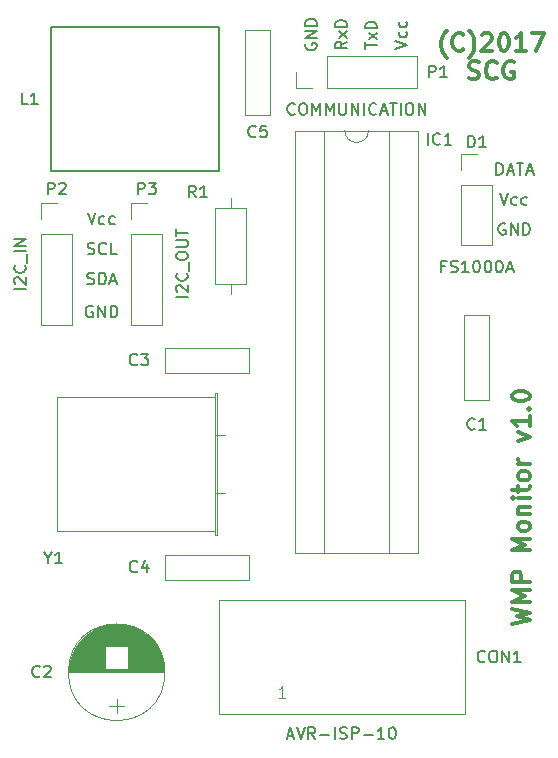
<source format=gbr>
G04 #@! TF.FileFunction,Legend,Top*
%FSLAX46Y46*%
G04 Gerber Fmt 4.6, Leading zero omitted, Abs format (unit mm)*
G04 Created by KiCad (PCBNEW 4.0.2-stable) date 15.08.2017 23:18:53*
%MOMM*%
G01*
G04 APERTURE LIST*
%ADD10C,0.100000*%
%ADD11C,0.150000*%
%ADD12C,0.300000*%
%ADD13C,0.120000*%
G04 APERTURE END LIST*
D10*
D11*
X94385000Y-106497381D02*
X94385000Y-105497381D01*
X94623095Y-105497381D01*
X94765953Y-105545000D01*
X94861191Y-105640238D01*
X94908810Y-105735476D01*
X94956429Y-105925952D01*
X94956429Y-106068810D01*
X94908810Y-106259286D01*
X94861191Y-106354524D01*
X94765953Y-106449762D01*
X94623095Y-106497381D01*
X94385000Y-106497381D01*
X95337381Y-106211667D02*
X95813572Y-106211667D01*
X95242143Y-106497381D02*
X95575476Y-105497381D01*
X95908810Y-106497381D01*
X96099286Y-105497381D02*
X96670715Y-105497381D01*
X96385000Y-106497381D02*
X96385000Y-105497381D01*
X96956429Y-106211667D02*
X97432620Y-106211667D01*
X96861191Y-106497381D02*
X97194524Y-105497381D01*
X97527858Y-106497381D01*
X95123096Y-110625000D02*
X95027858Y-110577381D01*
X94885001Y-110577381D01*
X94742143Y-110625000D01*
X94646905Y-110720238D01*
X94599286Y-110815476D01*
X94551667Y-111005952D01*
X94551667Y-111148810D01*
X94599286Y-111339286D01*
X94646905Y-111434524D01*
X94742143Y-111529762D01*
X94885001Y-111577381D01*
X94980239Y-111577381D01*
X95123096Y-111529762D01*
X95170715Y-111482143D01*
X95170715Y-111148810D01*
X94980239Y-111148810D01*
X95599286Y-111577381D02*
X95599286Y-110577381D01*
X96170715Y-111577381D01*
X96170715Y-110577381D01*
X96646905Y-111577381D02*
X96646905Y-110577381D01*
X96885000Y-110577381D01*
X97027858Y-110625000D01*
X97123096Y-110720238D01*
X97170715Y-110815476D01*
X97218334Y-111005952D01*
X97218334Y-111148810D01*
X97170715Y-111339286D01*
X97123096Y-111434524D01*
X97027858Y-111529762D01*
X96885000Y-111577381D01*
X96646905Y-111577381D01*
X94694524Y-108037381D02*
X95027857Y-109037381D01*
X95361191Y-108037381D01*
X96123096Y-108989762D02*
X96027858Y-109037381D01*
X95837381Y-109037381D01*
X95742143Y-108989762D01*
X95694524Y-108942143D01*
X95646905Y-108846905D01*
X95646905Y-108561190D01*
X95694524Y-108465952D01*
X95742143Y-108418333D01*
X95837381Y-108370714D01*
X96027858Y-108370714D01*
X96123096Y-108418333D01*
X96980239Y-108989762D02*
X96885001Y-109037381D01*
X96694524Y-109037381D01*
X96599286Y-108989762D01*
X96551667Y-108942143D01*
X96504048Y-108846905D01*
X96504048Y-108561190D01*
X96551667Y-108465952D01*
X96599286Y-108418333D01*
X96694524Y-108370714D01*
X96885001Y-108370714D01*
X96980239Y-108418333D01*
D12*
X95698571Y-144512857D02*
X97198571Y-144155714D01*
X96127143Y-143870000D01*
X97198571Y-143584286D01*
X95698571Y-143227143D01*
X97198571Y-142655714D02*
X95698571Y-142655714D01*
X96770000Y-142155714D01*
X95698571Y-141655714D01*
X97198571Y-141655714D01*
X97198571Y-140941428D02*
X95698571Y-140941428D01*
X95698571Y-140370000D01*
X95770000Y-140227142D01*
X95841429Y-140155714D01*
X95984286Y-140084285D01*
X96198571Y-140084285D01*
X96341429Y-140155714D01*
X96412857Y-140227142D01*
X96484286Y-140370000D01*
X96484286Y-140941428D01*
X97198571Y-138298571D02*
X95698571Y-138298571D01*
X96770000Y-137798571D01*
X95698571Y-137298571D01*
X97198571Y-137298571D01*
X97198571Y-136369999D02*
X97127143Y-136512857D01*
X97055714Y-136584285D01*
X96912857Y-136655714D01*
X96484286Y-136655714D01*
X96341429Y-136584285D01*
X96270000Y-136512857D01*
X96198571Y-136369999D01*
X96198571Y-136155714D01*
X96270000Y-136012857D01*
X96341429Y-135941428D01*
X96484286Y-135869999D01*
X96912857Y-135869999D01*
X97055714Y-135941428D01*
X97127143Y-136012857D01*
X97198571Y-136155714D01*
X97198571Y-136369999D01*
X96198571Y-135227142D02*
X97198571Y-135227142D01*
X96341429Y-135227142D02*
X96270000Y-135155714D01*
X96198571Y-135012856D01*
X96198571Y-134798571D01*
X96270000Y-134655714D01*
X96412857Y-134584285D01*
X97198571Y-134584285D01*
X97198571Y-133869999D02*
X96198571Y-133869999D01*
X95698571Y-133869999D02*
X95770000Y-133941428D01*
X95841429Y-133869999D01*
X95770000Y-133798571D01*
X95698571Y-133869999D01*
X95841429Y-133869999D01*
X96198571Y-133369999D02*
X96198571Y-132798570D01*
X95698571Y-133155713D02*
X96984286Y-133155713D01*
X97127143Y-133084285D01*
X97198571Y-132941427D01*
X97198571Y-132798570D01*
X97198571Y-132084284D02*
X97127143Y-132227142D01*
X97055714Y-132298570D01*
X96912857Y-132369999D01*
X96484286Y-132369999D01*
X96341429Y-132298570D01*
X96270000Y-132227142D01*
X96198571Y-132084284D01*
X96198571Y-131869999D01*
X96270000Y-131727142D01*
X96341429Y-131655713D01*
X96484286Y-131584284D01*
X96912857Y-131584284D01*
X97055714Y-131655713D01*
X97127143Y-131727142D01*
X97198571Y-131869999D01*
X97198571Y-132084284D01*
X97198571Y-130941427D02*
X96198571Y-130941427D01*
X96484286Y-130941427D02*
X96341429Y-130869999D01*
X96270000Y-130798570D01*
X96198571Y-130655713D01*
X96198571Y-130512856D01*
X96198571Y-129012856D02*
X97198571Y-128655713D01*
X96198571Y-128298571D01*
X97198571Y-126941428D02*
X97198571Y-127798571D01*
X97198571Y-127369999D02*
X95698571Y-127369999D01*
X95912857Y-127512856D01*
X96055714Y-127655714D01*
X96127143Y-127798571D01*
X97055714Y-126298571D02*
X97127143Y-126227143D01*
X97198571Y-126298571D01*
X97127143Y-126370000D01*
X97055714Y-126298571D01*
X97198571Y-126298571D01*
X95698571Y-125298571D02*
X95698571Y-125155714D01*
X95770000Y-125012857D01*
X95841429Y-124941428D01*
X95984286Y-124869999D01*
X96270000Y-124798571D01*
X96627143Y-124798571D01*
X96912857Y-124869999D01*
X97055714Y-124941428D01*
X97127143Y-125012857D01*
X97198571Y-125155714D01*
X97198571Y-125298571D01*
X97127143Y-125441428D01*
X97055714Y-125512857D01*
X96912857Y-125584285D01*
X96627143Y-125655714D01*
X96270000Y-125655714D01*
X95984286Y-125584285D01*
X95841429Y-125512857D01*
X95770000Y-125441428D01*
X95698571Y-125298571D01*
X90158572Y-96570000D02*
X90087144Y-96498571D01*
X89944287Y-96284286D01*
X89872858Y-96141429D01*
X89801429Y-95927143D01*
X89730001Y-95570000D01*
X89730001Y-95284286D01*
X89801429Y-94927143D01*
X89872858Y-94712857D01*
X89944287Y-94570000D01*
X90087144Y-94355714D01*
X90158572Y-94284286D01*
X91587144Y-95855714D02*
X91515715Y-95927143D01*
X91301429Y-95998571D01*
X91158572Y-95998571D01*
X90944287Y-95927143D01*
X90801429Y-95784286D01*
X90730001Y-95641429D01*
X90658572Y-95355714D01*
X90658572Y-95141429D01*
X90730001Y-94855714D01*
X90801429Y-94712857D01*
X90944287Y-94570000D01*
X91158572Y-94498571D01*
X91301429Y-94498571D01*
X91515715Y-94570000D01*
X91587144Y-94641429D01*
X92087144Y-96570000D02*
X92158572Y-96498571D01*
X92301429Y-96284286D01*
X92372858Y-96141429D01*
X92444287Y-95927143D01*
X92515715Y-95570000D01*
X92515715Y-95284286D01*
X92444287Y-94927143D01*
X92372858Y-94712857D01*
X92301429Y-94570000D01*
X92158572Y-94355714D01*
X92087144Y-94284286D01*
X93158572Y-94641429D02*
X93230001Y-94570000D01*
X93372858Y-94498571D01*
X93730001Y-94498571D01*
X93872858Y-94570000D01*
X93944287Y-94641429D01*
X94015715Y-94784286D01*
X94015715Y-94927143D01*
X93944287Y-95141429D01*
X93087144Y-95998571D01*
X94015715Y-95998571D01*
X94944286Y-94498571D02*
X95087143Y-94498571D01*
X95230000Y-94570000D01*
X95301429Y-94641429D01*
X95372858Y-94784286D01*
X95444286Y-95070000D01*
X95444286Y-95427143D01*
X95372858Y-95712857D01*
X95301429Y-95855714D01*
X95230000Y-95927143D01*
X95087143Y-95998571D01*
X94944286Y-95998571D01*
X94801429Y-95927143D01*
X94730000Y-95855714D01*
X94658572Y-95712857D01*
X94587143Y-95427143D01*
X94587143Y-95070000D01*
X94658572Y-94784286D01*
X94730000Y-94641429D01*
X94801429Y-94570000D01*
X94944286Y-94498571D01*
X96872857Y-95998571D02*
X96015714Y-95998571D01*
X96444286Y-95998571D02*
X96444286Y-94498571D01*
X96301429Y-94712857D01*
X96158571Y-94855714D01*
X96015714Y-94927143D01*
X97372857Y-94498571D02*
X98372857Y-94498571D01*
X97730000Y-95998571D01*
X92051429Y-98327143D02*
X92265715Y-98398571D01*
X92622858Y-98398571D01*
X92765715Y-98327143D01*
X92837144Y-98255714D01*
X92908572Y-98112857D01*
X92908572Y-97970000D01*
X92837144Y-97827143D01*
X92765715Y-97755714D01*
X92622858Y-97684286D01*
X92337144Y-97612857D01*
X92194286Y-97541429D01*
X92122858Y-97470000D01*
X92051429Y-97327143D01*
X92051429Y-97184286D01*
X92122858Y-97041429D01*
X92194286Y-96970000D01*
X92337144Y-96898571D01*
X92694286Y-96898571D01*
X92908572Y-96970000D01*
X94408572Y-98255714D02*
X94337143Y-98327143D01*
X94122857Y-98398571D01*
X93980000Y-98398571D01*
X93765715Y-98327143D01*
X93622857Y-98184286D01*
X93551429Y-98041429D01*
X93480000Y-97755714D01*
X93480000Y-97541429D01*
X93551429Y-97255714D01*
X93622857Y-97112857D01*
X93765715Y-96970000D01*
X93980000Y-96898571D01*
X94122857Y-96898571D01*
X94337143Y-96970000D01*
X94408572Y-97041429D01*
X95837143Y-96970000D02*
X95694286Y-96898571D01*
X95480000Y-96898571D01*
X95265715Y-96970000D01*
X95122857Y-97112857D01*
X95051429Y-97255714D01*
X94980000Y-97541429D01*
X94980000Y-97755714D01*
X95051429Y-98041429D01*
X95122857Y-98184286D01*
X95265715Y-98327143D01*
X95480000Y-98398571D01*
X95622857Y-98398571D01*
X95837143Y-98327143D01*
X95908572Y-98255714D01*
X95908572Y-97755714D01*
X95622857Y-97755714D01*
D11*
X83272381Y-95805476D02*
X83272381Y-95234047D01*
X84272381Y-95519762D02*
X83272381Y-95519762D01*
X84272381Y-94995952D02*
X83605714Y-94472142D01*
X83605714Y-94995952D02*
X84272381Y-94472142D01*
X84272381Y-94091190D02*
X83272381Y-94091190D01*
X83272381Y-93853095D01*
X83320000Y-93710237D01*
X83415238Y-93614999D01*
X83510476Y-93567380D01*
X83700952Y-93519761D01*
X83843810Y-93519761D01*
X84034286Y-93567380D01*
X84129524Y-93614999D01*
X84224762Y-93710237D01*
X84272381Y-93853095D01*
X84272381Y-94091190D01*
X81732381Y-95210238D02*
X81256190Y-95543572D01*
X81732381Y-95781667D02*
X80732381Y-95781667D01*
X80732381Y-95400714D01*
X80780000Y-95305476D01*
X80827619Y-95257857D01*
X80922857Y-95210238D01*
X81065714Y-95210238D01*
X81160952Y-95257857D01*
X81208571Y-95305476D01*
X81256190Y-95400714D01*
X81256190Y-95781667D01*
X81732381Y-94876905D02*
X81065714Y-94353095D01*
X81065714Y-94876905D02*
X81732381Y-94353095D01*
X81732381Y-93972143D02*
X80732381Y-93972143D01*
X80732381Y-93734048D01*
X80780000Y-93591190D01*
X80875238Y-93495952D01*
X80970476Y-93448333D01*
X81160952Y-93400714D01*
X81303810Y-93400714D01*
X81494286Y-93448333D01*
X81589524Y-93495952D01*
X81684762Y-93591190D01*
X81732381Y-93734048D01*
X81732381Y-93972143D01*
X78240000Y-95376904D02*
X78192381Y-95472142D01*
X78192381Y-95614999D01*
X78240000Y-95757857D01*
X78335238Y-95853095D01*
X78430476Y-95900714D01*
X78620952Y-95948333D01*
X78763810Y-95948333D01*
X78954286Y-95900714D01*
X79049524Y-95853095D01*
X79144762Y-95757857D01*
X79192381Y-95614999D01*
X79192381Y-95519761D01*
X79144762Y-95376904D01*
X79097143Y-95329285D01*
X78763810Y-95329285D01*
X78763810Y-95519761D01*
X79192381Y-94900714D02*
X78192381Y-94900714D01*
X79192381Y-94329285D01*
X78192381Y-94329285D01*
X79192381Y-93853095D02*
X78192381Y-93853095D01*
X78192381Y-93615000D01*
X78240000Y-93472142D01*
X78335238Y-93376904D01*
X78430476Y-93329285D01*
X78620952Y-93281666D01*
X78763810Y-93281666D01*
X78954286Y-93329285D01*
X79049524Y-93376904D01*
X79144762Y-93472142D01*
X79192381Y-93615000D01*
X79192381Y-93853095D01*
X85812381Y-95805476D02*
X86812381Y-95472143D01*
X85812381Y-95138809D01*
X86764762Y-94376904D02*
X86812381Y-94472142D01*
X86812381Y-94662619D01*
X86764762Y-94757857D01*
X86717143Y-94805476D01*
X86621905Y-94853095D01*
X86336190Y-94853095D01*
X86240952Y-94805476D01*
X86193333Y-94757857D01*
X86145714Y-94662619D01*
X86145714Y-94472142D01*
X86193333Y-94376904D01*
X86764762Y-93519761D02*
X86812381Y-93614999D01*
X86812381Y-93805476D01*
X86764762Y-93900714D01*
X86717143Y-93948333D01*
X86621905Y-93995952D01*
X86336190Y-93995952D01*
X86240952Y-93948333D01*
X86193333Y-93900714D01*
X86145714Y-93805476D01*
X86145714Y-93614999D01*
X86193333Y-93519761D01*
X59745714Y-115720762D02*
X59888571Y-115768381D01*
X60126667Y-115768381D01*
X60221905Y-115720762D01*
X60269524Y-115673143D01*
X60317143Y-115577905D01*
X60317143Y-115482667D01*
X60269524Y-115387429D01*
X60221905Y-115339810D01*
X60126667Y-115292190D01*
X59936190Y-115244571D01*
X59840952Y-115196952D01*
X59793333Y-115149333D01*
X59745714Y-115054095D01*
X59745714Y-114958857D01*
X59793333Y-114863619D01*
X59840952Y-114816000D01*
X59936190Y-114768381D01*
X60174286Y-114768381D01*
X60317143Y-114816000D01*
X60745714Y-115768381D02*
X60745714Y-114768381D01*
X60983809Y-114768381D01*
X61126667Y-114816000D01*
X61221905Y-114911238D01*
X61269524Y-115006476D01*
X61317143Y-115196952D01*
X61317143Y-115339810D01*
X61269524Y-115530286D01*
X61221905Y-115625524D01*
X61126667Y-115720762D01*
X60983809Y-115768381D01*
X60745714Y-115768381D01*
X61698095Y-115482667D02*
X62174286Y-115482667D01*
X61602857Y-115768381D02*
X61936190Y-114768381D01*
X62269524Y-115768381D01*
X59769524Y-113180762D02*
X59912381Y-113228381D01*
X60150477Y-113228381D01*
X60245715Y-113180762D01*
X60293334Y-113133143D01*
X60340953Y-113037905D01*
X60340953Y-112942667D01*
X60293334Y-112847429D01*
X60245715Y-112799810D01*
X60150477Y-112752190D01*
X59960000Y-112704571D01*
X59864762Y-112656952D01*
X59817143Y-112609333D01*
X59769524Y-112514095D01*
X59769524Y-112418857D01*
X59817143Y-112323619D01*
X59864762Y-112276000D01*
X59960000Y-112228381D01*
X60198096Y-112228381D01*
X60340953Y-112276000D01*
X61340953Y-113133143D02*
X61293334Y-113180762D01*
X61150477Y-113228381D01*
X61055239Y-113228381D01*
X60912381Y-113180762D01*
X60817143Y-113085524D01*
X60769524Y-112990286D01*
X60721905Y-112799810D01*
X60721905Y-112656952D01*
X60769524Y-112466476D01*
X60817143Y-112371238D01*
X60912381Y-112276000D01*
X61055239Y-112228381D01*
X61150477Y-112228381D01*
X61293334Y-112276000D01*
X61340953Y-112323619D01*
X62245715Y-113228381D02*
X61769524Y-113228381D01*
X61769524Y-112228381D01*
X60198096Y-117610000D02*
X60102858Y-117562381D01*
X59960001Y-117562381D01*
X59817143Y-117610000D01*
X59721905Y-117705238D01*
X59674286Y-117800476D01*
X59626667Y-117990952D01*
X59626667Y-118133810D01*
X59674286Y-118324286D01*
X59721905Y-118419524D01*
X59817143Y-118514762D01*
X59960001Y-118562381D01*
X60055239Y-118562381D01*
X60198096Y-118514762D01*
X60245715Y-118467143D01*
X60245715Y-118133810D01*
X60055239Y-118133810D01*
X60674286Y-118562381D02*
X60674286Y-117562381D01*
X61245715Y-118562381D01*
X61245715Y-117562381D01*
X61721905Y-118562381D02*
X61721905Y-117562381D01*
X61960000Y-117562381D01*
X62102858Y-117610000D01*
X62198096Y-117705238D01*
X62245715Y-117800476D01*
X62293334Y-117990952D01*
X62293334Y-118133810D01*
X62245715Y-118324286D01*
X62198096Y-118419524D01*
X62102858Y-118514762D01*
X61960000Y-118562381D01*
X61721905Y-118562381D01*
X59769524Y-109688381D02*
X60102857Y-110688381D01*
X60436191Y-109688381D01*
X61198096Y-110640762D02*
X61102858Y-110688381D01*
X60912381Y-110688381D01*
X60817143Y-110640762D01*
X60769524Y-110593143D01*
X60721905Y-110497905D01*
X60721905Y-110212190D01*
X60769524Y-110116952D01*
X60817143Y-110069333D01*
X60912381Y-110021714D01*
X61102858Y-110021714D01*
X61198096Y-110069333D01*
X62055239Y-110640762D02*
X61960001Y-110688381D01*
X61769524Y-110688381D01*
X61674286Y-110640762D01*
X61626667Y-110593143D01*
X61579048Y-110497905D01*
X61579048Y-110212190D01*
X61626667Y-110116952D01*
X61674286Y-110069333D01*
X61769524Y-110021714D01*
X61960001Y-110021714D01*
X62055239Y-110069333D01*
D13*
X63440000Y-119186000D02*
X66100000Y-119186000D01*
X63440000Y-111506000D02*
X63440000Y-119186000D01*
X66100000Y-111506000D02*
X66100000Y-119186000D01*
X63440000Y-111506000D02*
X66100000Y-111506000D01*
X63440000Y-110236000D02*
X63440000Y-108906000D01*
X63440000Y-108906000D02*
X64770000Y-108906000D01*
X81550000Y-102750000D02*
X79780000Y-102750000D01*
X79780000Y-102750000D02*
X79780000Y-138550000D01*
X79780000Y-138550000D02*
X85320000Y-138550000D01*
X85320000Y-138550000D02*
X85320000Y-102750000D01*
X85320000Y-102750000D02*
X83550000Y-102750000D01*
X77350000Y-102750000D02*
X77350000Y-138550000D01*
X77350000Y-138550000D02*
X87750000Y-138550000D01*
X87750000Y-138550000D02*
X87750000Y-102750000D01*
X87750000Y-102750000D02*
X77350000Y-102750000D01*
X83550000Y-102750000D02*
G75*
G02X81550000Y-102750000I-1000000J0D01*
G01*
X70572000Y-115732000D02*
X73192000Y-115732000D01*
X73192000Y-115732000D02*
X73192000Y-109312000D01*
X73192000Y-109312000D02*
X70572000Y-109312000D01*
X70572000Y-109312000D02*
X70572000Y-115732000D01*
X71882000Y-116622000D02*
X71882000Y-115732000D01*
X71882000Y-108422000D02*
X71882000Y-109312000D01*
D11*
X56642000Y-93980000D02*
X70866000Y-93980000D01*
X70866000Y-93980000D02*
X70866000Y-106172000D01*
X70866000Y-106172000D02*
X56642000Y-106172000D01*
X56642000Y-106172000D02*
X56642000Y-93980000D01*
D13*
X70590000Y-125324000D02*
X57190000Y-125324000D01*
X57190000Y-125324000D02*
X57190000Y-136624000D01*
X57190000Y-136624000D02*
X70590000Y-136624000D01*
X70590000Y-136624000D02*
X70590000Y-125324000D01*
X70590000Y-128524000D02*
X71440000Y-128524000D01*
X71440000Y-128524000D02*
X71440000Y-128524000D01*
X70590000Y-133424000D02*
X71440000Y-133424000D01*
X71440000Y-133424000D02*
X71440000Y-133424000D01*
X70590000Y-124974000D02*
X70710000Y-124974000D01*
X70710000Y-124974000D02*
X70710000Y-136974000D01*
X70710000Y-136974000D02*
X70590000Y-136974000D01*
X70590000Y-136974000D02*
X70590000Y-124974000D01*
X73108000Y-101390000D02*
X73108000Y-94270000D01*
X75228000Y-101390000D02*
X75228000Y-94270000D01*
X73108000Y-101390000D02*
X75228000Y-101390000D01*
X73108000Y-94270000D02*
X75228000Y-94270000D01*
X70870000Y-142520000D02*
X91690000Y-142520000D01*
X91690000Y-142520000D02*
X91690000Y-152120000D01*
X91690000Y-152120000D02*
X70870000Y-152120000D01*
X70870000Y-152120000D02*
X70870000Y-142520000D01*
X91650000Y-125520000D02*
X91650000Y-118400000D01*
X93770000Y-125520000D02*
X93770000Y-118400000D01*
X91650000Y-125520000D02*
X93770000Y-125520000D01*
X91650000Y-118400000D02*
X93770000Y-118400000D01*
X66320000Y-148610000D02*
G75*
G03X66320000Y-148610000I-4090000J0D01*
G01*
X58180000Y-148610000D02*
X66280000Y-148610000D01*
X58180000Y-148570000D02*
X66280000Y-148570000D01*
X58180000Y-148530000D02*
X66280000Y-148530000D01*
X58181000Y-148490000D02*
X66279000Y-148490000D01*
X58183000Y-148450000D02*
X66277000Y-148450000D01*
X58184000Y-148410000D02*
X66276000Y-148410000D01*
X58187000Y-148370000D02*
X66273000Y-148370000D01*
X58189000Y-148330000D02*
X61250000Y-148330000D01*
X63210000Y-148330000D02*
X66271000Y-148330000D01*
X58192000Y-148290000D02*
X61250000Y-148290000D01*
X63210000Y-148290000D02*
X66268000Y-148290000D01*
X58195000Y-148250000D02*
X61250000Y-148250000D01*
X63210000Y-148250000D02*
X66265000Y-148250000D01*
X58199000Y-148210000D02*
X61250000Y-148210000D01*
X63210000Y-148210000D02*
X66261000Y-148210000D01*
X58203000Y-148170000D02*
X61250000Y-148170000D01*
X63210000Y-148170000D02*
X66257000Y-148170000D01*
X58208000Y-148130000D02*
X61250000Y-148130000D01*
X63210000Y-148130000D02*
X66252000Y-148130000D01*
X58213000Y-148090000D02*
X61250000Y-148090000D01*
X63210000Y-148090000D02*
X66247000Y-148090000D01*
X58218000Y-148050000D02*
X61250000Y-148050000D01*
X63210000Y-148050000D02*
X66242000Y-148050000D01*
X58224000Y-148010000D02*
X61250000Y-148010000D01*
X63210000Y-148010000D02*
X66236000Y-148010000D01*
X58230000Y-147970000D02*
X61250000Y-147970000D01*
X63210000Y-147970000D02*
X66230000Y-147970000D01*
X58236000Y-147930000D02*
X61250000Y-147930000D01*
X63210000Y-147930000D02*
X66224000Y-147930000D01*
X58243000Y-147889000D02*
X61250000Y-147889000D01*
X63210000Y-147889000D02*
X66217000Y-147889000D01*
X58251000Y-147849000D02*
X61250000Y-147849000D01*
X63210000Y-147849000D02*
X66209000Y-147849000D01*
X58259000Y-147809000D02*
X61250000Y-147809000D01*
X63210000Y-147809000D02*
X66201000Y-147809000D01*
X58267000Y-147769000D02*
X61250000Y-147769000D01*
X63210000Y-147769000D02*
X66193000Y-147769000D01*
X58275000Y-147729000D02*
X61250000Y-147729000D01*
X63210000Y-147729000D02*
X66185000Y-147729000D01*
X58284000Y-147689000D02*
X61250000Y-147689000D01*
X63210000Y-147689000D02*
X66176000Y-147689000D01*
X58294000Y-147649000D02*
X61250000Y-147649000D01*
X63210000Y-147649000D02*
X66166000Y-147649000D01*
X58304000Y-147609000D02*
X61250000Y-147609000D01*
X63210000Y-147609000D02*
X66156000Y-147609000D01*
X58314000Y-147569000D02*
X61250000Y-147569000D01*
X63210000Y-147569000D02*
X66146000Y-147569000D01*
X58325000Y-147529000D02*
X61250000Y-147529000D01*
X63210000Y-147529000D02*
X66135000Y-147529000D01*
X58336000Y-147489000D02*
X61250000Y-147489000D01*
X63210000Y-147489000D02*
X66124000Y-147489000D01*
X58347000Y-147449000D02*
X61250000Y-147449000D01*
X63210000Y-147449000D02*
X66113000Y-147449000D01*
X58360000Y-147409000D02*
X61250000Y-147409000D01*
X63210000Y-147409000D02*
X66100000Y-147409000D01*
X58372000Y-147369000D02*
X61250000Y-147369000D01*
X63210000Y-147369000D02*
X66088000Y-147369000D01*
X58385000Y-147329000D02*
X61250000Y-147329000D01*
X63210000Y-147329000D02*
X66075000Y-147329000D01*
X58398000Y-147289000D02*
X61250000Y-147289000D01*
X63210000Y-147289000D02*
X66062000Y-147289000D01*
X58412000Y-147249000D02*
X61250000Y-147249000D01*
X63210000Y-147249000D02*
X66048000Y-147249000D01*
X58427000Y-147209000D02*
X61250000Y-147209000D01*
X63210000Y-147209000D02*
X66033000Y-147209000D01*
X58441000Y-147169000D02*
X61250000Y-147169000D01*
X63210000Y-147169000D02*
X66019000Y-147169000D01*
X58457000Y-147129000D02*
X61250000Y-147129000D01*
X63210000Y-147129000D02*
X66003000Y-147129000D01*
X58472000Y-147089000D02*
X61250000Y-147089000D01*
X63210000Y-147089000D02*
X65988000Y-147089000D01*
X58489000Y-147049000D02*
X61250000Y-147049000D01*
X63210000Y-147049000D02*
X65971000Y-147049000D01*
X58505000Y-147009000D02*
X61250000Y-147009000D01*
X63210000Y-147009000D02*
X65955000Y-147009000D01*
X58523000Y-146969000D02*
X61250000Y-146969000D01*
X63210000Y-146969000D02*
X65937000Y-146969000D01*
X58540000Y-146929000D02*
X61250000Y-146929000D01*
X63210000Y-146929000D02*
X65920000Y-146929000D01*
X58559000Y-146889000D02*
X61250000Y-146889000D01*
X63210000Y-146889000D02*
X65901000Y-146889000D01*
X58578000Y-146849000D02*
X61250000Y-146849000D01*
X63210000Y-146849000D02*
X65882000Y-146849000D01*
X58597000Y-146809000D02*
X61250000Y-146809000D01*
X63210000Y-146809000D02*
X65863000Y-146809000D01*
X58617000Y-146769000D02*
X61250000Y-146769000D01*
X63210000Y-146769000D02*
X65843000Y-146769000D01*
X58637000Y-146729000D02*
X61250000Y-146729000D01*
X63210000Y-146729000D02*
X65823000Y-146729000D01*
X58658000Y-146689000D02*
X61250000Y-146689000D01*
X63210000Y-146689000D02*
X65802000Y-146689000D01*
X58680000Y-146649000D02*
X61250000Y-146649000D01*
X63210000Y-146649000D02*
X65780000Y-146649000D01*
X58702000Y-146609000D02*
X61250000Y-146609000D01*
X63210000Y-146609000D02*
X65758000Y-146609000D01*
X58725000Y-146569000D02*
X61250000Y-146569000D01*
X63210000Y-146569000D02*
X65735000Y-146569000D01*
X58748000Y-146529000D02*
X61250000Y-146529000D01*
X63210000Y-146529000D02*
X65712000Y-146529000D01*
X58772000Y-146489000D02*
X61250000Y-146489000D01*
X63210000Y-146489000D02*
X65688000Y-146489000D01*
X58796000Y-146449000D02*
X61250000Y-146449000D01*
X63210000Y-146449000D02*
X65664000Y-146449000D01*
X58822000Y-146409000D02*
X61250000Y-146409000D01*
X63210000Y-146409000D02*
X65638000Y-146409000D01*
X58847000Y-146369000D02*
X65613000Y-146369000D01*
X58874000Y-146329000D02*
X65586000Y-146329000D01*
X58901000Y-146289000D02*
X65559000Y-146289000D01*
X58929000Y-146249000D02*
X65531000Y-146249000D01*
X58958000Y-146209000D02*
X65502000Y-146209000D01*
X58987000Y-146169000D02*
X65473000Y-146169000D01*
X59017000Y-146129000D02*
X65443000Y-146129000D01*
X59048000Y-146089000D02*
X65412000Y-146089000D01*
X59080000Y-146049000D02*
X65380000Y-146049000D01*
X59112000Y-146009000D02*
X65348000Y-146009000D01*
X59146000Y-145969000D02*
X65314000Y-145969000D01*
X59180000Y-145929000D02*
X65280000Y-145929000D01*
X59215000Y-145889000D02*
X65245000Y-145889000D01*
X59251000Y-145849000D02*
X65209000Y-145849000D01*
X59288000Y-145809000D02*
X65172000Y-145809000D01*
X59326000Y-145769000D02*
X65134000Y-145769000D01*
X59365000Y-145729000D02*
X65095000Y-145729000D01*
X59406000Y-145689000D02*
X65054000Y-145689000D01*
X59447000Y-145649000D02*
X65013000Y-145649000D01*
X59490000Y-145609000D02*
X64970000Y-145609000D01*
X59533000Y-145569000D02*
X64927000Y-145569000D01*
X59578000Y-145529000D02*
X64882000Y-145529000D01*
X59625000Y-145489000D02*
X64835000Y-145489000D01*
X59673000Y-145449000D02*
X64787000Y-145449000D01*
X59722000Y-145409000D02*
X64738000Y-145409000D01*
X59773000Y-145369000D02*
X64687000Y-145369000D01*
X59826000Y-145329000D02*
X64634000Y-145329000D01*
X59881000Y-145289000D02*
X64579000Y-145289000D01*
X59937000Y-145249000D02*
X64523000Y-145249000D01*
X59996000Y-145209000D02*
X64464000Y-145209000D01*
X60057000Y-145169000D02*
X64403000Y-145169000D01*
X60121000Y-145129000D02*
X64339000Y-145129000D01*
X60187000Y-145089000D02*
X64273000Y-145089000D01*
X60256000Y-145049000D02*
X64204000Y-145049000D01*
X60328000Y-145009000D02*
X64132000Y-145009000D01*
X60404000Y-144969000D02*
X64056000Y-144969000D01*
X60485000Y-144929000D02*
X63975000Y-144929000D01*
X60570000Y-144889000D02*
X63890000Y-144889000D01*
X60660000Y-144849000D02*
X63800000Y-144849000D01*
X60757000Y-144809000D02*
X63703000Y-144809000D01*
X60861000Y-144769000D02*
X63599000Y-144769000D01*
X60976000Y-144729000D02*
X63484000Y-144729000D01*
X61103000Y-144689000D02*
X63357000Y-144689000D01*
X61247000Y-144649000D02*
X63213000Y-144649000D01*
X61416000Y-144609000D02*
X63044000Y-144609000D01*
X61632000Y-144569000D02*
X62828000Y-144569000D01*
X61984000Y-144529000D02*
X62476000Y-144529000D01*
X62230000Y-152060000D02*
X62230000Y-150860000D01*
X61580000Y-151460000D02*
X62880000Y-151460000D01*
X73450000Y-123234000D02*
X66330000Y-123234000D01*
X73450000Y-121114000D02*
X66330000Y-121114000D01*
X73450000Y-123234000D02*
X73450000Y-121114000D01*
X66330000Y-123234000D02*
X66330000Y-121114000D01*
X73450000Y-140760000D02*
X66330000Y-140760000D01*
X73450000Y-138640000D02*
X66330000Y-138640000D01*
X73450000Y-140760000D02*
X73450000Y-138640000D01*
X66330000Y-140760000D02*
X66330000Y-138640000D01*
X87690000Y-99120000D02*
X87690000Y-96460000D01*
X80010000Y-99120000D02*
X87690000Y-99120000D01*
X80010000Y-96460000D02*
X87690000Y-96460000D01*
X80010000Y-99120000D02*
X80010000Y-96460000D01*
X78740000Y-99120000D02*
X77410000Y-99120000D01*
X77410000Y-99120000D02*
X77410000Y-97790000D01*
X55820000Y-119186000D02*
X58480000Y-119186000D01*
X55820000Y-111506000D02*
X55820000Y-119186000D01*
X58480000Y-111506000D02*
X58480000Y-119186000D01*
X55820000Y-111506000D02*
X58480000Y-111506000D01*
X55820000Y-110236000D02*
X55820000Y-108906000D01*
X55820000Y-108906000D02*
X57150000Y-108906000D01*
X91380000Y-112455000D02*
X94040000Y-112455000D01*
X91380000Y-107315000D02*
X91380000Y-112455000D01*
X94040000Y-107315000D02*
X94040000Y-112455000D01*
X91380000Y-107315000D02*
X94040000Y-107315000D01*
X91380000Y-106045000D02*
X91380000Y-104715000D01*
X91380000Y-104715000D02*
X92710000Y-104715000D01*
D11*
X64031905Y-108148381D02*
X64031905Y-107148381D01*
X64412858Y-107148381D01*
X64508096Y-107196000D01*
X64555715Y-107243619D01*
X64603334Y-107338857D01*
X64603334Y-107481714D01*
X64555715Y-107576952D01*
X64508096Y-107624571D01*
X64412858Y-107672190D01*
X64031905Y-107672190D01*
X64936667Y-107148381D02*
X65555715Y-107148381D01*
X65222381Y-107529333D01*
X65365239Y-107529333D01*
X65460477Y-107576952D01*
X65508096Y-107624571D01*
X65555715Y-107719810D01*
X65555715Y-107957905D01*
X65508096Y-108053143D01*
X65460477Y-108100762D01*
X65365239Y-108148381D01*
X65079524Y-108148381D01*
X64984286Y-108100762D01*
X64936667Y-108053143D01*
X68270381Y-116831714D02*
X67270381Y-116831714D01*
X67365619Y-116403143D02*
X67318000Y-116355524D01*
X67270381Y-116260286D01*
X67270381Y-116022190D01*
X67318000Y-115926952D01*
X67365619Y-115879333D01*
X67460857Y-115831714D01*
X67556095Y-115831714D01*
X67698952Y-115879333D01*
X68270381Y-116450762D01*
X68270381Y-115831714D01*
X68175143Y-114831714D02*
X68222762Y-114879333D01*
X68270381Y-115022190D01*
X68270381Y-115117428D01*
X68222762Y-115260286D01*
X68127524Y-115355524D01*
X68032286Y-115403143D01*
X67841810Y-115450762D01*
X67698952Y-115450762D01*
X67508476Y-115403143D01*
X67413238Y-115355524D01*
X67318000Y-115260286D01*
X67270381Y-115117428D01*
X67270381Y-115022190D01*
X67318000Y-114879333D01*
X67365619Y-114831714D01*
X68365619Y-114641238D02*
X68365619Y-113879333D01*
X67270381Y-113450762D02*
X67270381Y-113260285D01*
X67318000Y-113165047D01*
X67413238Y-113069809D01*
X67603714Y-113022190D01*
X67937048Y-113022190D01*
X68127524Y-113069809D01*
X68222762Y-113165047D01*
X68270381Y-113260285D01*
X68270381Y-113450762D01*
X68222762Y-113546000D01*
X68127524Y-113641238D01*
X67937048Y-113688857D01*
X67603714Y-113688857D01*
X67413238Y-113641238D01*
X67318000Y-113546000D01*
X67270381Y-113450762D01*
X67270381Y-112593619D02*
X68079905Y-112593619D01*
X68175143Y-112546000D01*
X68222762Y-112498381D01*
X68270381Y-112403143D01*
X68270381Y-112212666D01*
X68222762Y-112117428D01*
X68175143Y-112069809D01*
X68079905Y-112022190D01*
X67270381Y-112022190D01*
X67270381Y-111688857D02*
X67270381Y-111117428D01*
X68270381Y-111403143D02*
X67270381Y-111403143D01*
X88558810Y-103957381D02*
X88558810Y-102957381D01*
X89606429Y-103862143D02*
X89558810Y-103909762D01*
X89415953Y-103957381D01*
X89320715Y-103957381D01*
X89177857Y-103909762D01*
X89082619Y-103814524D01*
X89035000Y-103719286D01*
X88987381Y-103528810D01*
X88987381Y-103385952D01*
X89035000Y-103195476D01*
X89082619Y-103100238D01*
X89177857Y-103005000D01*
X89320715Y-102957381D01*
X89415953Y-102957381D01*
X89558810Y-103005000D01*
X89606429Y-103052619D01*
X90558810Y-103957381D02*
X89987381Y-103957381D01*
X90273095Y-103957381D02*
X90273095Y-102957381D01*
X90177857Y-103100238D01*
X90082619Y-103195476D01*
X89987381Y-103243095D01*
X68921334Y-108402381D02*
X68588000Y-107926190D01*
X68349905Y-108402381D02*
X68349905Y-107402381D01*
X68730858Y-107402381D01*
X68826096Y-107450000D01*
X68873715Y-107497619D01*
X68921334Y-107592857D01*
X68921334Y-107735714D01*
X68873715Y-107830952D01*
X68826096Y-107878571D01*
X68730858Y-107926190D01*
X68349905Y-107926190D01*
X69873715Y-108402381D02*
X69302286Y-108402381D01*
X69588000Y-108402381D02*
X69588000Y-107402381D01*
X69492762Y-107545238D01*
X69397524Y-107640476D01*
X69302286Y-107688095D01*
X54697334Y-100528381D02*
X54221143Y-100528381D01*
X54221143Y-99528381D01*
X55554477Y-100528381D02*
X54983048Y-100528381D01*
X55268762Y-100528381D02*
X55268762Y-99528381D01*
X55173524Y-99671238D01*
X55078286Y-99766476D01*
X54983048Y-99814095D01*
X56419809Y-138914190D02*
X56419809Y-139390381D01*
X56086476Y-138390381D02*
X56419809Y-138914190D01*
X56753143Y-138390381D01*
X57610286Y-139390381D02*
X57038857Y-139390381D01*
X57324571Y-139390381D02*
X57324571Y-138390381D01*
X57229333Y-138533238D01*
X57134095Y-138628476D01*
X57038857Y-138676095D01*
X74001334Y-103227143D02*
X73953715Y-103274762D01*
X73810858Y-103322381D01*
X73715620Y-103322381D01*
X73572762Y-103274762D01*
X73477524Y-103179524D01*
X73429905Y-103084286D01*
X73382286Y-102893810D01*
X73382286Y-102750952D01*
X73429905Y-102560476D01*
X73477524Y-102465238D01*
X73572762Y-102370000D01*
X73715620Y-102322381D01*
X73810858Y-102322381D01*
X73953715Y-102370000D01*
X74001334Y-102417619D01*
X74906096Y-102322381D02*
X74429905Y-102322381D01*
X74382286Y-102798571D01*
X74429905Y-102750952D01*
X74525143Y-102703333D01*
X74763239Y-102703333D01*
X74858477Y-102750952D01*
X74906096Y-102798571D01*
X74953715Y-102893810D01*
X74953715Y-103131905D01*
X74906096Y-103227143D01*
X74858477Y-103274762D01*
X74763239Y-103322381D01*
X74525143Y-103322381D01*
X74429905Y-103274762D01*
X74382286Y-103227143D01*
X93400715Y-147677143D02*
X93353096Y-147724762D01*
X93210239Y-147772381D01*
X93115001Y-147772381D01*
X92972143Y-147724762D01*
X92876905Y-147629524D01*
X92829286Y-147534286D01*
X92781667Y-147343810D01*
X92781667Y-147200952D01*
X92829286Y-147010476D01*
X92876905Y-146915238D01*
X92972143Y-146820000D01*
X93115001Y-146772381D01*
X93210239Y-146772381D01*
X93353096Y-146820000D01*
X93400715Y-146867619D01*
X94019762Y-146772381D02*
X94210239Y-146772381D01*
X94305477Y-146820000D01*
X94400715Y-146915238D01*
X94448334Y-147105714D01*
X94448334Y-147439048D01*
X94400715Y-147629524D01*
X94305477Y-147724762D01*
X94210239Y-147772381D01*
X94019762Y-147772381D01*
X93924524Y-147724762D01*
X93829286Y-147629524D01*
X93781667Y-147439048D01*
X93781667Y-147105714D01*
X93829286Y-146915238D01*
X93924524Y-146820000D01*
X94019762Y-146772381D01*
X94876905Y-147772381D02*
X94876905Y-146772381D01*
X95448334Y-147772381D01*
X95448334Y-146772381D01*
X96448334Y-147772381D02*
X95876905Y-147772381D01*
X96162619Y-147772381D02*
X96162619Y-146772381D01*
X96067381Y-146915238D01*
X95972143Y-147010476D01*
X95876905Y-147058095D01*
X76708572Y-153979667D02*
X77184763Y-153979667D01*
X76613334Y-154265381D02*
X76946667Y-153265381D01*
X77280001Y-154265381D01*
X77470477Y-153265381D02*
X77803810Y-154265381D01*
X78137144Y-153265381D01*
X79041906Y-154265381D02*
X78708572Y-153789190D01*
X78470477Y-154265381D02*
X78470477Y-153265381D01*
X78851430Y-153265381D01*
X78946668Y-153313000D01*
X78994287Y-153360619D01*
X79041906Y-153455857D01*
X79041906Y-153598714D01*
X78994287Y-153693952D01*
X78946668Y-153741571D01*
X78851430Y-153789190D01*
X78470477Y-153789190D01*
X79470477Y-153884429D02*
X80232382Y-153884429D01*
X80708572Y-154265381D02*
X80708572Y-153265381D01*
X81137143Y-154217762D02*
X81280000Y-154265381D01*
X81518096Y-154265381D01*
X81613334Y-154217762D01*
X81660953Y-154170143D01*
X81708572Y-154074905D01*
X81708572Y-153979667D01*
X81660953Y-153884429D01*
X81613334Y-153836810D01*
X81518096Y-153789190D01*
X81327619Y-153741571D01*
X81232381Y-153693952D01*
X81184762Y-153646333D01*
X81137143Y-153551095D01*
X81137143Y-153455857D01*
X81184762Y-153360619D01*
X81232381Y-153313000D01*
X81327619Y-153265381D01*
X81565715Y-153265381D01*
X81708572Y-153313000D01*
X82137143Y-154265381D02*
X82137143Y-153265381D01*
X82518096Y-153265381D01*
X82613334Y-153313000D01*
X82660953Y-153360619D01*
X82708572Y-153455857D01*
X82708572Y-153598714D01*
X82660953Y-153693952D01*
X82613334Y-153741571D01*
X82518096Y-153789190D01*
X82137143Y-153789190D01*
X83137143Y-153884429D02*
X83899048Y-153884429D01*
X84899048Y-154265381D02*
X84327619Y-154265381D01*
X84613333Y-154265381D02*
X84613333Y-153265381D01*
X84518095Y-153408238D01*
X84422857Y-153503476D01*
X84327619Y-153551095D01*
X85518095Y-153265381D02*
X85613334Y-153265381D01*
X85708572Y-153313000D01*
X85756191Y-153360619D01*
X85803810Y-153455857D01*
X85851429Y-153646333D01*
X85851429Y-153884429D01*
X85803810Y-154074905D01*
X85756191Y-154170143D01*
X85708572Y-154217762D01*
X85613334Y-154265381D01*
X85518095Y-154265381D01*
X85422857Y-154217762D01*
X85375238Y-154170143D01*
X85327619Y-154074905D01*
X85280000Y-153884429D01*
X85280000Y-153646333D01*
X85327619Y-153455857D01*
X85375238Y-153360619D01*
X85422857Y-153313000D01*
X85518095Y-153265381D01*
D13*
X76505715Y-150762381D02*
X75934286Y-150762381D01*
X76220000Y-150762381D02*
X76220000Y-149762381D01*
X76124762Y-149905238D01*
X76029524Y-150000476D01*
X75934286Y-150048095D01*
D11*
X92543334Y-127992143D02*
X92495715Y-128039762D01*
X92352858Y-128087381D01*
X92257620Y-128087381D01*
X92114762Y-128039762D01*
X92019524Y-127944524D01*
X91971905Y-127849286D01*
X91924286Y-127658810D01*
X91924286Y-127515952D01*
X91971905Y-127325476D01*
X92019524Y-127230238D01*
X92114762Y-127135000D01*
X92257620Y-127087381D01*
X92352858Y-127087381D01*
X92495715Y-127135000D01*
X92543334Y-127182619D01*
X93495715Y-128087381D02*
X92924286Y-128087381D01*
X93210000Y-128087381D02*
X93210000Y-127087381D01*
X93114762Y-127230238D01*
X93019524Y-127325476D01*
X92924286Y-127373095D01*
X55713334Y-148947143D02*
X55665715Y-148994762D01*
X55522858Y-149042381D01*
X55427620Y-149042381D01*
X55284762Y-148994762D01*
X55189524Y-148899524D01*
X55141905Y-148804286D01*
X55094286Y-148613810D01*
X55094286Y-148470952D01*
X55141905Y-148280476D01*
X55189524Y-148185238D01*
X55284762Y-148090000D01*
X55427620Y-148042381D01*
X55522858Y-148042381D01*
X55665715Y-148090000D01*
X55713334Y-148137619D01*
X56094286Y-148137619D02*
X56141905Y-148090000D01*
X56237143Y-148042381D01*
X56475239Y-148042381D01*
X56570477Y-148090000D01*
X56618096Y-148137619D01*
X56665715Y-148232857D01*
X56665715Y-148328095D01*
X56618096Y-148470952D01*
X56046667Y-149042381D01*
X56665715Y-149042381D01*
X63968334Y-122531143D02*
X63920715Y-122578762D01*
X63777858Y-122626381D01*
X63682620Y-122626381D01*
X63539762Y-122578762D01*
X63444524Y-122483524D01*
X63396905Y-122388286D01*
X63349286Y-122197810D01*
X63349286Y-122054952D01*
X63396905Y-121864476D01*
X63444524Y-121769238D01*
X63539762Y-121674000D01*
X63682620Y-121626381D01*
X63777858Y-121626381D01*
X63920715Y-121674000D01*
X63968334Y-121721619D01*
X64301667Y-121626381D02*
X64920715Y-121626381D01*
X64587381Y-122007333D01*
X64730239Y-122007333D01*
X64825477Y-122054952D01*
X64873096Y-122102571D01*
X64920715Y-122197810D01*
X64920715Y-122435905D01*
X64873096Y-122531143D01*
X64825477Y-122578762D01*
X64730239Y-122626381D01*
X64444524Y-122626381D01*
X64349286Y-122578762D01*
X64301667Y-122531143D01*
X63968334Y-140057143D02*
X63920715Y-140104762D01*
X63777858Y-140152381D01*
X63682620Y-140152381D01*
X63539762Y-140104762D01*
X63444524Y-140009524D01*
X63396905Y-139914286D01*
X63349286Y-139723810D01*
X63349286Y-139580952D01*
X63396905Y-139390476D01*
X63444524Y-139295238D01*
X63539762Y-139200000D01*
X63682620Y-139152381D01*
X63777858Y-139152381D01*
X63920715Y-139200000D01*
X63968334Y-139247619D01*
X64825477Y-139485714D02*
X64825477Y-140152381D01*
X64587381Y-139104762D02*
X64349286Y-139819048D01*
X64968334Y-139819048D01*
X88669905Y-98242381D02*
X88669905Y-97242381D01*
X89050858Y-97242381D01*
X89146096Y-97290000D01*
X89193715Y-97337619D01*
X89241334Y-97432857D01*
X89241334Y-97575714D01*
X89193715Y-97670952D01*
X89146096Y-97718571D01*
X89050858Y-97766190D01*
X88669905Y-97766190D01*
X90193715Y-98242381D02*
X89622286Y-98242381D01*
X89908000Y-98242381D02*
X89908000Y-97242381D01*
X89812762Y-97385238D01*
X89717524Y-97480476D01*
X89622286Y-97528095D01*
X77311906Y-101322143D02*
X77264287Y-101369762D01*
X77121430Y-101417381D01*
X77026192Y-101417381D01*
X76883334Y-101369762D01*
X76788096Y-101274524D01*
X76740477Y-101179286D01*
X76692858Y-100988810D01*
X76692858Y-100845952D01*
X76740477Y-100655476D01*
X76788096Y-100560238D01*
X76883334Y-100465000D01*
X77026192Y-100417381D01*
X77121430Y-100417381D01*
X77264287Y-100465000D01*
X77311906Y-100512619D01*
X77930953Y-100417381D02*
X78121430Y-100417381D01*
X78216668Y-100465000D01*
X78311906Y-100560238D01*
X78359525Y-100750714D01*
X78359525Y-101084048D01*
X78311906Y-101274524D01*
X78216668Y-101369762D01*
X78121430Y-101417381D01*
X77930953Y-101417381D01*
X77835715Y-101369762D01*
X77740477Y-101274524D01*
X77692858Y-101084048D01*
X77692858Y-100750714D01*
X77740477Y-100560238D01*
X77835715Y-100465000D01*
X77930953Y-100417381D01*
X78788096Y-101417381D02*
X78788096Y-100417381D01*
X79121430Y-101131667D01*
X79454763Y-100417381D01*
X79454763Y-101417381D01*
X79930953Y-101417381D02*
X79930953Y-100417381D01*
X80264287Y-101131667D01*
X80597620Y-100417381D01*
X80597620Y-101417381D01*
X81073810Y-100417381D02*
X81073810Y-101226905D01*
X81121429Y-101322143D01*
X81169048Y-101369762D01*
X81264286Y-101417381D01*
X81454763Y-101417381D01*
X81550001Y-101369762D01*
X81597620Y-101322143D01*
X81645239Y-101226905D01*
X81645239Y-100417381D01*
X82121429Y-101417381D02*
X82121429Y-100417381D01*
X82692858Y-101417381D01*
X82692858Y-100417381D01*
X83169048Y-101417381D02*
X83169048Y-100417381D01*
X84216667Y-101322143D02*
X84169048Y-101369762D01*
X84026191Y-101417381D01*
X83930953Y-101417381D01*
X83788095Y-101369762D01*
X83692857Y-101274524D01*
X83645238Y-101179286D01*
X83597619Y-100988810D01*
X83597619Y-100845952D01*
X83645238Y-100655476D01*
X83692857Y-100560238D01*
X83788095Y-100465000D01*
X83930953Y-100417381D01*
X84026191Y-100417381D01*
X84169048Y-100465000D01*
X84216667Y-100512619D01*
X84597619Y-101131667D02*
X85073810Y-101131667D01*
X84502381Y-101417381D02*
X84835714Y-100417381D01*
X85169048Y-101417381D01*
X85359524Y-100417381D02*
X85930953Y-100417381D01*
X85645238Y-101417381D02*
X85645238Y-100417381D01*
X86264286Y-101417381D02*
X86264286Y-100417381D01*
X86930952Y-100417381D02*
X87121429Y-100417381D01*
X87216667Y-100465000D01*
X87311905Y-100560238D01*
X87359524Y-100750714D01*
X87359524Y-101084048D01*
X87311905Y-101274524D01*
X87216667Y-101369762D01*
X87121429Y-101417381D01*
X86930952Y-101417381D01*
X86835714Y-101369762D01*
X86740476Y-101274524D01*
X86692857Y-101084048D01*
X86692857Y-100750714D01*
X86740476Y-100560238D01*
X86835714Y-100465000D01*
X86930952Y-100417381D01*
X87788095Y-101417381D02*
X87788095Y-100417381D01*
X88359524Y-101417381D01*
X88359524Y-100417381D01*
X56411905Y-108148381D02*
X56411905Y-107148381D01*
X56792858Y-107148381D01*
X56888096Y-107196000D01*
X56935715Y-107243619D01*
X56983334Y-107338857D01*
X56983334Y-107481714D01*
X56935715Y-107576952D01*
X56888096Y-107624571D01*
X56792858Y-107672190D01*
X56411905Y-107672190D01*
X57364286Y-107243619D02*
X57411905Y-107196000D01*
X57507143Y-107148381D01*
X57745239Y-107148381D01*
X57840477Y-107196000D01*
X57888096Y-107243619D01*
X57935715Y-107338857D01*
X57935715Y-107434095D01*
X57888096Y-107576952D01*
X57316667Y-108148381D01*
X57935715Y-108148381D01*
X54554381Y-116165047D02*
X53554381Y-116165047D01*
X53649619Y-115736476D02*
X53602000Y-115688857D01*
X53554381Y-115593619D01*
X53554381Y-115355523D01*
X53602000Y-115260285D01*
X53649619Y-115212666D01*
X53744857Y-115165047D01*
X53840095Y-115165047D01*
X53982952Y-115212666D01*
X54554381Y-115784095D01*
X54554381Y-115165047D01*
X54459143Y-114165047D02*
X54506762Y-114212666D01*
X54554381Y-114355523D01*
X54554381Y-114450761D01*
X54506762Y-114593619D01*
X54411524Y-114688857D01*
X54316286Y-114736476D01*
X54125810Y-114784095D01*
X53982952Y-114784095D01*
X53792476Y-114736476D01*
X53697238Y-114688857D01*
X53602000Y-114593619D01*
X53554381Y-114450761D01*
X53554381Y-114355523D01*
X53602000Y-114212666D01*
X53649619Y-114165047D01*
X54649619Y-113974571D02*
X54649619Y-113212666D01*
X54554381Y-112974571D02*
X53554381Y-112974571D01*
X54554381Y-112498381D02*
X53554381Y-112498381D01*
X54554381Y-111926952D01*
X53554381Y-111926952D01*
X91971905Y-104167381D02*
X91971905Y-103167381D01*
X92210000Y-103167381D01*
X92352858Y-103215000D01*
X92448096Y-103310238D01*
X92495715Y-103405476D01*
X92543334Y-103595952D01*
X92543334Y-103738810D01*
X92495715Y-103929286D01*
X92448096Y-104024524D01*
X92352858Y-104119762D01*
X92210000Y-104167381D01*
X91971905Y-104167381D01*
X93495715Y-104167381D02*
X92924286Y-104167381D01*
X93210000Y-104167381D02*
X93210000Y-103167381D01*
X93114762Y-103310238D01*
X93019524Y-103405476D01*
X92924286Y-103453095D01*
X90043334Y-114228571D02*
X89710000Y-114228571D01*
X89710000Y-114752381D02*
X89710000Y-113752381D01*
X90186191Y-113752381D01*
X90519524Y-114704762D02*
X90662381Y-114752381D01*
X90900477Y-114752381D01*
X90995715Y-114704762D01*
X91043334Y-114657143D01*
X91090953Y-114561905D01*
X91090953Y-114466667D01*
X91043334Y-114371429D01*
X90995715Y-114323810D01*
X90900477Y-114276190D01*
X90710000Y-114228571D01*
X90614762Y-114180952D01*
X90567143Y-114133333D01*
X90519524Y-114038095D01*
X90519524Y-113942857D01*
X90567143Y-113847619D01*
X90614762Y-113800000D01*
X90710000Y-113752381D01*
X90948096Y-113752381D01*
X91090953Y-113800000D01*
X92043334Y-114752381D02*
X91471905Y-114752381D01*
X91757619Y-114752381D02*
X91757619Y-113752381D01*
X91662381Y-113895238D01*
X91567143Y-113990476D01*
X91471905Y-114038095D01*
X92662381Y-113752381D02*
X92757620Y-113752381D01*
X92852858Y-113800000D01*
X92900477Y-113847619D01*
X92948096Y-113942857D01*
X92995715Y-114133333D01*
X92995715Y-114371429D01*
X92948096Y-114561905D01*
X92900477Y-114657143D01*
X92852858Y-114704762D01*
X92757620Y-114752381D01*
X92662381Y-114752381D01*
X92567143Y-114704762D01*
X92519524Y-114657143D01*
X92471905Y-114561905D01*
X92424286Y-114371429D01*
X92424286Y-114133333D01*
X92471905Y-113942857D01*
X92519524Y-113847619D01*
X92567143Y-113800000D01*
X92662381Y-113752381D01*
X93614762Y-113752381D02*
X93710001Y-113752381D01*
X93805239Y-113800000D01*
X93852858Y-113847619D01*
X93900477Y-113942857D01*
X93948096Y-114133333D01*
X93948096Y-114371429D01*
X93900477Y-114561905D01*
X93852858Y-114657143D01*
X93805239Y-114704762D01*
X93710001Y-114752381D01*
X93614762Y-114752381D01*
X93519524Y-114704762D01*
X93471905Y-114657143D01*
X93424286Y-114561905D01*
X93376667Y-114371429D01*
X93376667Y-114133333D01*
X93424286Y-113942857D01*
X93471905Y-113847619D01*
X93519524Y-113800000D01*
X93614762Y-113752381D01*
X94567143Y-113752381D02*
X94662382Y-113752381D01*
X94757620Y-113800000D01*
X94805239Y-113847619D01*
X94852858Y-113942857D01*
X94900477Y-114133333D01*
X94900477Y-114371429D01*
X94852858Y-114561905D01*
X94805239Y-114657143D01*
X94757620Y-114704762D01*
X94662382Y-114752381D01*
X94567143Y-114752381D01*
X94471905Y-114704762D01*
X94424286Y-114657143D01*
X94376667Y-114561905D01*
X94329048Y-114371429D01*
X94329048Y-114133333D01*
X94376667Y-113942857D01*
X94424286Y-113847619D01*
X94471905Y-113800000D01*
X94567143Y-113752381D01*
X95281429Y-114466667D02*
X95757620Y-114466667D01*
X95186191Y-114752381D02*
X95519524Y-113752381D01*
X95852858Y-114752381D01*
M02*

</source>
